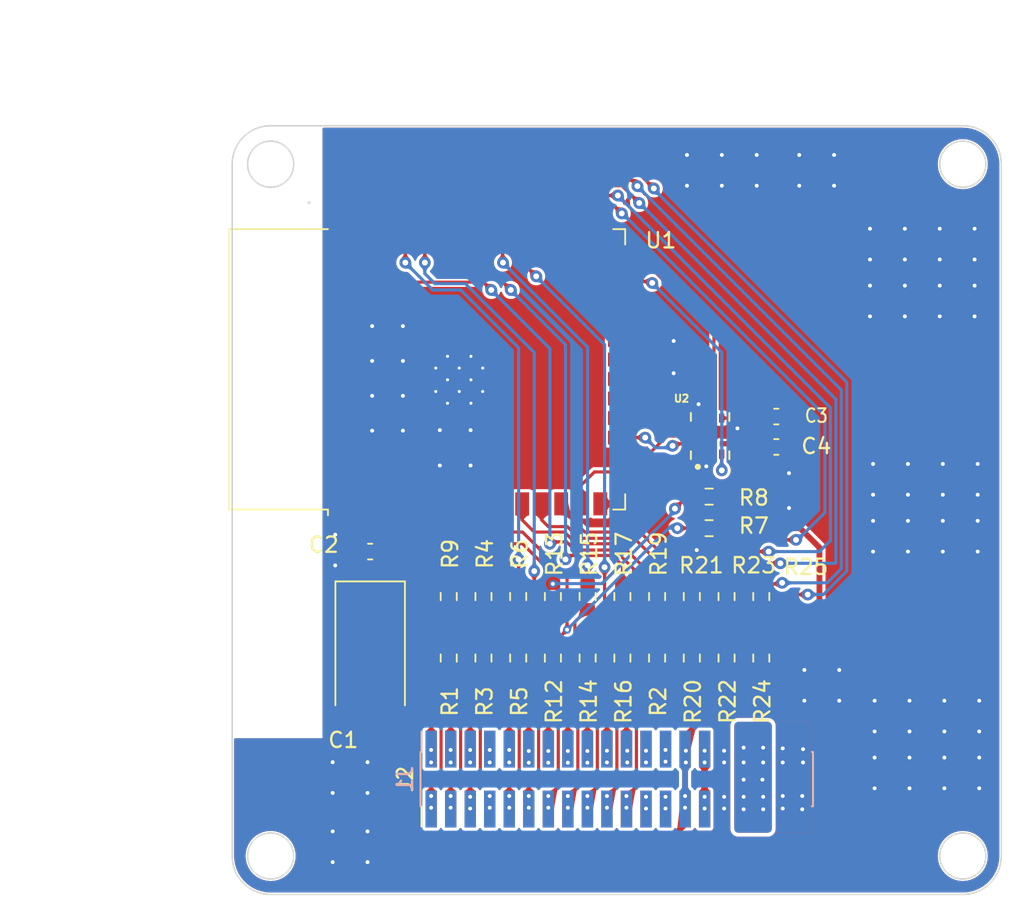
<source format=kicad_pcb>
(kicad_pcb (version 20221018) (generator pcbnew)
  (title_block (date "2023-06-14"))
  (layers (0 "F.Cu" signal) (31 "B.Cu" signal) (34 "B.Paste" user) (35 "F.Paste" user) (36 "B.SilkS" user "B.Silkscreen") (37 "F.SilkS" user "F.Silkscreen") (38 "B.Mask" user) (39 "F.Mask" user) (44 "Edge.Cuts" user))
  (net 0 "")
  (net 1 "+3.3V")
  (net 2 "GND")
  (net 3 "/SPI_CS")
  (net 4 "/SPI_CLK")
  (net 5 "/uart0rx")
  (net 6 "/uart0tx")
  (net 7 "/SPI_MOSI")
  (net 8 "/SPI_MISO")
  (net 9 "/I2C_CLK")
  (net 10 "/PWM_1")
  (net 11 "/PWM_2")
  (net 12 "/PWM_3")
  (net 13 "/PWM_4")
  (net 14 "/PWM_5")
  (net 15 "/PWM_6")
  (net 16 "/PWM_7")
  (net 17 "/PWM_8")
  (net 18 "/adc1_ch0")
  (net 19 "/ADC_1")
  (net 20 "/pwm1")
  (net 21 "/ADC_3")
  (net 22 "/ADC_4")
  (net 23 "/UART1_RX")
  (net 24 "/UART1_TX")
  (net 25 "/i2c_clock")
  (net 26 "/i2c_data")
  (net 27 "/ADC_2")
  (net 28 "/I2C_SDA")
  (net 29 "/vspi_cs")
  (net 30 "/vspi1_clk")
  (net 31 "/vspi_mosi")
  (net 32 "/vspi_miso")
  (net 33 "/pwm2")
  (net 34 "/pwm3")
  (net 35 "/pwm4")
  (net 36 "/pwm5")
  (net 37 "/pwm6")
  (net 38 "/pwm7")
  (net 39 "/pwm8")
  (net 40 "/hspi_clk")
  (net 41 "/hspi_miso")
  (net 42 "/hspi_mosi")
  (net 49 "/hspi_cs")
  (net 50 "/IMU_INT1")
  (net 51 "/IMU_FSYNC")
  (net 53 "/adc1_ch3")
  (net 54 "/adc1_ch7")
  (net 55 "/adc1_ch6")
  (net 56 "/UART2_RX")
  (net 57 "/CAN_L")
  (net 58 "/CAN_H")
  (net 59 "/USB-")
  (net 60 "/USB+")
  (net 61 "/+5V")
  (net 62 "/VBAT")
  (net 63 "/UART2_TX")
  (footprint "Resistor_SMD:R_0603_1608Metric" (layer "F.Cu") (at 73.829108 61.345 -90)
    (fp_text reference "R15")
    (fp_text value "100")
  )
  (footprint "Resistor_SMD:R_0603_1608Metric" (layer "F.Cu") (at 82.860216 61.345 -90)
    (fp_text reference "R23")
    (fp_text value "100")
  )
  (footprint "Resistor_SMD:R_0603_1608Metric" (layer "F.Cu") (at 73.829108 65.346 -90)
    (fp_text reference "R14")
    (fp_text value "100")
  )
  (footprint "Resistor_SMD:R_0603_1608Metric" (layer "F.Cu") (at 82.860216 65.346 -90)
    (fp_text reference "R22")
    (fp_text value "100")
  )
  (footprint "Resistor_SMD:R_0603_1608Metric" (layer "F.Cu") (at 64.798 61.345 -90)
    (fp_text reference "R9")
    (fp_text value "100")
  )
  (footprint "Resistor_SMD:R_0603_1608Metric" (layer "F.Cu") (at 78.344662 65.346 -90)
    (fp_text reference "R2")
    (fp_text value "100")
  )
  (footprint "Capacitor_SMD:C_0603_1608Metric" (layer "F.Cu") (at 86.097 51.6128)
    (fp_text reference "C4")
    (fp_text value "0.1uF")
  )
  (footprint "Resistor_SMD:R_0603_1608Metric" (layer "F.Cu") (at 85.118 61.345 -90)
    (fp_text reference "R25")
    (fp_text value "100")
  )
  (footprint "Resistor_SMD:R_0603_1608Metric" (layer "F.Cu") (at 71.571331 61.345 -90)
    (fp_text reference "R13")
    (fp_text value "100")
  )
  (footprint "Resistor_SMD:R_0603_1608Metric" (layer "F.Cu") (at 69.313554 61.345 -90)
    (fp_text reference "R6")
    (fp_text value "100")
  )
  (footprint "Capacitor_Tantalum_SMD:CP_EIA-7343-20_Kemet-V" (layer "F.Cu") (at 59.69 64.77 -90)
    (fp_text reference "C1")
    (fp_text value "200uF")
  )
  (footprint "ICM-42688-P:ICM-42688-P" (layer "F.Cu") (at 81.792 50.905 90)
    (fp_text reference "U2")
    (fp_text value "ICM-42688-P")
  )
  (footprint "Resistor_SMD:R_0603_1608Metric" (layer "F.Cu") (at 64.798 65.346 -90)
    (fp_text reference "R1")
    (fp_text value "100")
  )
  (footprint "Resistor_SMD:R_0603_1608Metric" (layer "F.Cu") (at 80.602439 61.345 -90)
    (fp_text reference "R21")
    (fp_text value "100")
  )
  (footprint "RF_Module:ESP32-WROOM-32" (layer "F.Cu") (at 66.39 46.565 90)
    (fp_text reference "U1")
    (fp_text value "ESP32-WROOM-32")
  )
  (footprint "Resistor_SMD:R_0603_1608Metric" (layer "F.Cu") (at 80.602439 65.346 -90)
    (fp_text reference "R20")
    (fp_text value "100")
  )
  (footprint "Resistor_SMD:R_0603_1608Metric" (layer "F.Cu") (at 78.344662 61.345 -90)
    (fp_text reference "R19")
    (fp_text value "100")
  )
  (footprint "Capacitor_SMD:C_0603_1608Metric" (layer "F.Cu") (at 59.69 58.42 180)
    (fp_text reference "C2")
    (fp_text value "0.1uF")
  )
  (footprint "Capacitor_SMD:C_0603_1608Metric" (layer "F.Cu") (at 86.097 49.635)
    (fp_text reference "C3")
    (fp_text value "0.1uF")
  )
  (footprint "Connector_PinHeader_1.27mm:PinHeader_2x20_P1.27mm_Vertical_SMD" (layer "F.Cu") (at 75.72 73.22 90)
    (fp_text reference "J2")
    (fp_text value "Conn_02x20_Odd_Even")
  )
  (footprint "Resistor_SMD:R_0603_1608Metric" (layer "F.Cu") (at 81.725 56.896 180)
    (fp_text reference "R7")
    (fp_text value "2k")
  )
  (footprint "Resistor_SMD:R_0603_1608Metric" (layer "F.Cu") (at 67.055777 61.345 -90)
    (fp_text reference "R4")
    (fp_text value "100")
  )
  (footprint "Resistor_SMD:R_0603_1608Metric" (layer "F.Cu") (at 81.725 54.844287 180)
    (fp_text reference "R8")
    (fp_text value "2k")
  )
  (footprint "Resistor_SMD:R_0603_1608Metric" (layer "F.Cu") (at 69.313554 65.346 -90)
    (fp_text reference "R5")
    (fp_text value "100")
  )
  (footprint "Resistor_SMD:R_0603_1608Metric" (layer "F.Cu") (at 85.118 65.346 -90)
    (fp_text reference "R24")
    (fp_text value "100")
  )
  (footprint "Resistor_SMD:R_0603_1608Metric" (layer "F.Cu") (at 67.055777 65.346 -90)
    (fp_text reference "R3")
    (fp_text value "100")
  )
  (footprint "Resistor_SMD:R_0603_1608Metric" (layer "F.Cu") (at 76.086885 65.346 -90)
    (fp_text reference "R16")
    (fp_text value "100")
  )
  (footprint "Resistor_SMD:R_0603_1608Metric" (layer "F.Cu") (at 71.571331 65.346 -90)
    (fp_text reference "R12")
    (fp_text value "100")
  )
  (footprint "Resistor_SMD:R_0603_1608Metric" (layer "F.Cu") (at 76.086885 61.345 -90)
    (fp_text reference "R17")
    (fp_text value "100")
  )
  (footprint "Connector_PinHeader_1.27mm:PinHeader_2x20_P1.27mm_Vertical_SMD" (layer "B.Cu") (at 75.72 73.22 -90)
    (fp_text reference "J1")
    (fp_text value "Conn_02x20_Odd_Even")
  )
  (gr_circle locked (center 55.72 35.72) (end 55.72 35.72) (stroke (width 0.1)) (fill none) (layer "Edge.Cuts"))
  (gr_arc locked (start 50.72 33.22) (mid 51.452233 31.452233) (end 53.22 30.72) (stroke (width 0.1)) (layer "Edge.Cuts"))
  (gr_circle locked (center 98.22 78.22) (end 96.72 78.22) (stroke (width 0.1)) (fill none) (layer "Edge.Cuts"))
  (gr_circle locked (center 53.22 33.22) (end 54.72 33.22) (stroke (width 0.1)) (fill none) (layer "Edge.Cuts"))
  (gr_line locked (start 98.22 30.72) (end 53.22 30.72) (stroke (width 0.1)) (layer "Edge.Cuts"))
  (gr_arc locked (start 98.22 30.72) (mid 99.987767 31.452233) (end 100.72 33.22) (stroke (width 0.1)) (layer "Edge.Cuts"))
  (gr_arc locked (start 100.72 78.22) (mid 99.987767 79.987767) (end 98.22 80.72) (stroke (width 0.1)) (layer "Edge.Cuts"))
  (gr_circle locked (center 98.22 33.22) (end 98.22 34.72) (stroke (width 0.1)) (fill none) (layer "Edge.Cuts"))
  (gr_line (start 50.72 33.22) (end 50.72 78.22) (stroke (width 0.1)) (layer "Edge.Cuts"))
  (gr_arc locked (start 53.22 80.72) (mid 51.452233 79.987767) (end 50.72 78.22) (stroke (width 0.1)) (layer "Edge.Cuts"))
  (gr_line locked (start 53.22 80.72) (end 98.22 80.72) (stroke (width 0.1)) (layer "Edge.Cuts"))
  (gr_circle locked (center 53.22 78.22) (end 53.22 76.72) (stroke (width 0.1)) (fill none) (layer "Edge.Cuts"))
  (gr_line locked (start 100.72 78.22) (end 100.72 33.22) (stroke (width 0.1)) (layer "Edge.Cuts"))
  (segment (start 80.165 71.27) (end 80.165 75.17) (width 0.381) (layer "F.Cu") (net 1))
  (segment (start 82.55 56.896) (end 82.55 54.844287) (width 0.381) (layer "F.Cu") (net 1))
  (segment (start 80.165 75.17) (end 80.165 76.1558) (width 0.381) (layer "F.Cu") (net 1))
  (segment (start 87.63775 56.896) (end 82.55 56.896) (width 0.381) (layer "F.Cu") (net 1))
  (segment (start 80.165 76.1558) (end 78.8508 77.47) (width 0.381) (layer "F.Cu") (net 1))
  (segment (start 60.465 60.8825) (end 59.69 61.6575) (width 0.2032) (layer "F.Cu") (net 1))
  (segment (start 61.468 76.454) (end 61.468 63.4355) (width 0.381) (layer "F.Cu") (net 1))
  (segment (start 60.465 58.42) (end 60.465 60.8825) (width 0.2032) (layer "F.Cu") (net 1))
  (segment (start 83.409 51.405) (end 83.4136 51.4096) (width 0.2032) (layer "F.Cu") (net 1))
  (segment (start 60.68 55.315) (end 60.68 58.205) (width 0.2032) (layer "F.Cu") (net 1))
  (segment (start 85.1188 51.4096) (end 85.322 51.6128) (width 0.2032) (layer "F.Cu") (net 1))
  (segment (start 84.9781 67.6251) (end 88.9 63.7032) (width 0.381) (layer "F.Cu") (net 1))
  (segment (start 60.68 58.205) (end 60.465 58.42) (width 0.2032) (layer "F.Cu") (net 1))
  (segment (start 85.322 49.635) (end 85.322 51.6128) (width 0.2032) (layer "F.Cu") (net 1))
  (segment (start 82.542 49.74) (end 85.217 49.74) (width 0.2032) (layer "F.Cu") (net 1))
  (segment (start 85.217 49.74) (end 85.322 49.635) (width 0.2032) (layer "F.Cu") (net 1))
  (segment (start 80.165 70.44) (end 82.9799 67.6251) (width 0.381) (layer "F.Cu") (net 1))
  (segment (start 88.9 63.7032) (end 88.9 58.15825) (width 0.381) (layer "F.Cu") (net 1))
  (segment (start 82.9799 67.6251) (end 84.9781 67.6251) (width 0.381) (layer "F.Cu") (net 1))
  (segment (start 80.165 71.27) (end 80.165 70.44) (width 0.381) (layer "F.Cu") (net 1))
  (segment (start 82.55 54.844287) (end 85.322 52.072287) (width 0.381) (layer "F.Cu") (net 1))
  (segment (start 61.468 63.4355) (end 59.69 61.6575) (width 0.381) (layer "F.Cu") (net 1))
  (segment (start 62.484 77.47) (end 61.468 76.454) (width 0.381) (layer "F.Cu") (net 1))
  (segment (start 59.41 55.315) (end 60.68 55.315) (width 0.2032) (layer "F.Cu") (net 1))
  (segment (start 78.8508 77.47) (end 62.484 77.47) (width 0.381) (layer "F.Cu") (net 1))
  (segment (start 88.9 58.15825) (end 87.63775 56.896) (width 0.381) (layer "F.Cu") (net 1))
  (segment (start 83.4136 51.4096) (end 85.1188 51.4096) (width 0.2032) (layer "F.Cu") (net 1))
  (segment (start 82.707 51.405) (end 83.409 51.405) (width 0.2032) (layer "F.Cu") (net 1))
  (segment (start 85.322 52.072287) (end 85.322 51.6128) (width 0.381) (layer "F.Cu") (net 1))
  (via (at 80.2132 72.136) (size 0.508) (drill 0.254) (layers "F.Cu" "B.Cu") (net 1))
  (via (at 80.1624 74.3204) (size 0.508) (drill 0.254) (layers "F.Cu" "B.Cu") (net 1))
  (via (at 80.2132 71.374) (size 0.508) (drill 0.254) (layers "F.Cu" "B.Cu") (net 1))
  (via (at 80.1624 75.0824) (size 0.508) (drill 0.254) (layers "F.Cu" "B.Cu") (net 1))
  (segment (start 80.165 71.27) (end 80.165 75.17) (width 0.381) (layer "B.Cu") (net 1))
  (segment (start 82.042 52.07) (end 81.542 52.07) (width 0.2032) (layer "F.Cu") (net 2))
  (segment (start 81.042 48.8348) (end 81.042 49.74) (width 0.2032) (layer "F.Cu") (net 2))
  (segment (start 82.7498 50.905) (end 82.7532 50.9016) (width 0.2032) (layer "F.Cu") (net 2))
  (segment (start 81.542 52.8748) (end 81.542 52.07) (width 0.2032) (layer "F.Cu") (net 2))
  (segment (start 81.542 49.74) (end 81.042 49.74) (width 0.2032) (layer "F.Cu") (net 2))
  (segment (start 82.707 50.905) (end 82.707 50.405) (width 0.2032) (layer "F.Cu") (net 2))
  (segment (start 83.566 50.405) (end 82.707 50.405) (width 0.2032) (layer "F.Cu") (net 2))
  (segment (start 82.707 50.905) (end 82.7498 50.905) (width 0.2032) (layer "F.Cu") (net 2))
  (via (at 59.52 74.12) (size 0.508) (drill 0.254) (layers "F.Cu" "B.Cu") (net 2))
  (via (at 57.253334 72.12) (size 0.508) (drill 0.254) (layers "F.Cu" "B.Cu") (net 2))
  (via (at 96.72 41.12) (size 0.508) (drill 0.254) (layers "F.Cu" "B.Cu") (net 2))
  (via (at 86.5124 71.2216) (size 0.508) (drill 0.254) (layers "F.Cu" "B.Cu") (net 2))
  (via (at 89.853334 34.62) (size 0.508) (drill 0.254) (layers "F.Cu" "B.Cu") (net 2))
  (via (at 61.82 43.753332) (size 0.508) (drill 0.254) (layers "F.Cu" "B.Cu") (net 2))
  (via (at 94.753334 71.82) (size 0.508) (drill 0.254) (layers "F.Cu" "B.Cu") (net 2))
  (via (at 94.453334 43.12) (size 0.508) (drill 0.254) (layers "F.Cu" "B.Cu") (net 2))
  (via (at 61.82 48.286666) (size 0.508) (drill 0.254) (layers "F.Cu" "B.Cu") (net 2))
  (via (at 94.453334 41.12) (size 0.508) (drill 0.254) (layers "F.Cu" "B.Cu") (net 2))
  (via (at 81.542 52.8748) (size 0.508) (drill 0.254) (layers "F.Cu" "B.Cu") (net 2))
  (via (at 99.286668 71.82) (size 0.508) (drill 0.254) (layers "F.Cu" "B.Cu") (net 2))
  (via (at 96.92 56.42) (size 0.508) (drill 0.254) (layers "F.Cu" "B.Cu") (net 2))
  (via (at 94.453334 39.42) (size 0.508) (drill 0.254) (layers "F.Cu" "B.Cu") (net 2))
  (via (at 59.52 72.12) (size 0.508) (drill 0.254) (layers "F.Cu" "B.Cu") (net 2))
  (via (at 99.286668 70.12) (size 0.508) (drill 0.254) (layers "F.Cu" "B.Cu") (net 2))
  (via (at 99.186668 58.42) (size 0.508) (drill 0.254) (layers "F.Cu" "B.Cu") (net 2))
  (via (at 87.586668 32.62) (size 0.508) (drill 0.254) (layers "F.Cu" "B.Cu") (net 2))
  (via (at 92.486668 73.82) (size 0.508) (drill 0.254) (layers "F.Cu" "B.Cu") (net 2))
  (via (at 92.186668 37.42) (size 0.508) (drill 0.254) (layers "F.Cu" "B.Cu") (net 2))
  (via (at 82.7024 74.3712) (size 0.508) (drill 0.254) (layers "F.Cu" "B.Cu") (net 2))
  (via (at 90.186666 68.12) (size 0.508) (drill 0.254) (layers "F.Cu" "B.Cu") (net 2))
  (via (at 92.386668 54.72) (size 0.508) (drill 0.254) (layers "F.Cu" "B.Cu") (net 2))
  (via (at 64.22 52.82) (size 0.508) (drill 0.254) (layers "F.Cu" "B.Cu") (net 2))
  (via (at 92.486668 70.12) (size 0.508) (drill 0.254) (layers "F.Cu" "B.Cu") (net 2))
  (via (at 86.5124 72.136) (size 0.508) (drill 0.254) (layers "F.Cu" "B.Cu") (net 2))
  (via (at 97.02 68.12) (size 0.508) (drill 0.254) (layers "F.Cu" "B.Cu") (net 2))
  (via (at 94.653334 58.42) (size 0.508) (drill 0.254) (layers "F.Cu" "B.Cu") (net 2))
  (via (at 57.253334 78.62) (size 0.508) (drill 0.254) (layers "F.Cu" "B.Cu") (net 2))
  (via (at 64.22 50.52) (size 0.508) (drill 0.254) (layers "F.Cu" "B.Cu") (net 2))
  (via (at 57.42 57.32) (size 0.508) (drill 0.254) (layers "F.Cu" "B.Cu") (net 2))
  (via (at 96.72 37.42) (size 0.508) (drill 0.254) (layers "F.Cu" "B.Cu") (net 2))
  (via (at 87.586668 34.62) (size 0.508) (drill 0.254) (layers "F.Cu" "B.Cu") (net 2))
  (via (at 94.653334 52.72) (size 0.508) (drill 0.254) (layers "F.Cu" "B.Cu") (net 2))
  (via (at 61.82 46.02) (size 0.508) (drill 0.254) (layers "F.Cu" "B.Cu") (net 2))
  (via (at 98.986668 43.12) (size 0.508) (drill 0.254) (layers "F.Cu" "B.Cu") (net 2))
  (via (at 92.386668 56.42) (size 0.508) (drill 0.254) (layers "F.Cu" "B.Cu") (net 2))
  (via (at 84.82 32.62) (size 0.508) (drill 0.254) (layers "F.Cu" "B.Cu") (net 2))
  (via (at 99.186668 52.72) (size 0.508) (drill 0.254) (layers "F.Cu" "B.Cu") (net 2))
  (via (at 97.02 73.82) (size 0.508) (drill 0.254) (layers "F.Cu" "B.Cu") (net 2))
  (via (at 83.566 50.405) (size 0.508) (drill 0.254) (layers "F.Cu" "B.Cu") (net 2))
  (via (at 82.7024 72.136) (size 0.508) (drill 0.254) (layers "F.Cu" "B.Cu") (net 2))
  (via (at 92.186668 41.12) (size 0.508) (drill 0.254) (layers "F.Cu" "B.Cu") (net 2))
  (via (at 80.92 58.32) (size 0.508) (drill 0.254) (layers "F.Cu" "B.Cu") (net 2))
  (via (at 59.82 48.286666) (size 0.508) (drill 0.254) (layers "F.Cu" "B.Cu") (net 2))
  (via (at 94.753334 68.12) (size 0.508) (drill 0.254) (layers "F.Cu" "B.Cu") (net 2))
  (via (at 86.92 53.32) (size 0.508) (drill 0.254) (layers "F.Cu" "B.Cu") (net 2))
  (via (at 96.72 43.12) (size 0.508) (drill 0.254) (layers "F.Cu" "B.Cu") (net 2))
  (via (at 87.8332 72.136) (size 0.508) (drill 0.254) (layers "F.Cu" "B.Cu") (net 2))
  (via (at 94.453334 37.42) (size 0.508) (drill 0.254) (layers "F.Cu" "B.Cu") (net 2))
  (via (at 92.186668 43.12) (size 0.508) (drill 0.254) (layers "F.Cu" "B.Cu") (net 2))
  (via (at 82.7024 75.1332) (size 0.508) (drill 0.254) (layers "F.Cu" "B.Cu") (net 2))
  (via (at 84.82 34.62) (size 0.508) (drill 0.254) (layers "F.Cu" "B.Cu") (net 2))
  (via (at 66.22 50.52) (size 0.508) (drill 0.254) (layers "F.Cu" "B.Cu") (net 2))
  (via (at 66.22 52.82) (size 0.508) (drill 0.254) (layers "F.Cu" "B.Cu") (net 2))
  (via (at 86.5124 74.3204) (size 0.508) (drill 0.254) (layers "F.Cu" "B.Cu") (net 2))
  (via (at 61.82 50.553332) (size 0.508) (drill 0.254) (layers "F.Cu" "B.Cu") (net 2))
  (via (at 87.8332 71.2724) (size 0.508) (drill 0.254) (layers "F.Cu" "B.Cu") (net 2))
  (via (at 92.486668 68.12) (size 0.508) (drill 0.254) (layers "F.Cu" "B.Cu") (net 2))
  (via (at 98.986668 37.42) (size 0.508) (drill 0.254) (layers "F.Cu" "B.Cu") (net 2))
  (via (at 94.653334 54.72) (size 0.508) (drill 0.254) (layers "F.Cu" "B.Cu") (net 2))
  (via (at 96.92 54.72) (size 0.508) (drill 0.254) (layers "F.Cu" "B.Cu") (net 2))
  (via (at 81.042 48.8348) (size 0.508) (drill 0.254) (layers "F.Cu" "B.Cu") (net 2))
  (via (at 99.186668 54.72) (size 0.508) (drill 0.254) (layers "F.Cu" "B.Cu") (net 2))
  (via (at 94.653334 56.42) (size 0.508) (drill 0.254) (layers "F.Cu" "B.Cu") (net 2))
  (via (at 98.986668 39.42) (size 0.508) (drill 0.254) (layers "F.Cu" "B.Cu") (net 2))
  (via (at 79.42 44.72) (size 0.508) (drill 0.254) (layers "F.Cu" "B.Cu") (net 2))
  (via (at 80.286668 34.62) (size 0.508) (drill 0.254) (layers "F.Cu" "B.Cu") (net 2))
  (via (at 59.82 50.553332) (size 0.508) (drill 0.254) (layers "F.Cu" "B.Cu") (net 2))
  (via (at 59.82 46.02) (size 0.508) (drill 0.254) (layers "F.Cu" "B.Cu") (net 2))
  (via (at 87.7824 75.184) (size 0.508) (drill 0.254) (layers "F.Cu" "B.Cu") (net 2))
  (via (at 90.186666 66.12) (size 0.508) (drill 0.254) (layers "F.Cu" "B.Cu") (net 2))
  (via (at 89.853334 32.62) (size 0.508) (drill 0.254) (layers "F.Cu" "B.Cu") (net 2))
  (via (at 94.753334 70.12) (size 0.508) (drill 0.254) (layers "F.Cu" "B.Cu") (net 2))
  (via (at 97.02 71.82) (size 0.508) (drill 0.254) (layers "F.Cu" "B.Cu") (net 2))
  (via (at 92.186668 39.42) (size 0.508) (drill 0.254) (layers "F.Cu" "B.Cu") (net 2))
  (via (at 92.386668 58.42) (size 0.508) (drill 0.254) (layers "F.Cu" "B.Cu") (net 2))
  (via (at 82.553334 34.62) (size 0.508) (drill 0.254) (layers "F.Cu" "B.Cu") (net 2))
  (via (at 59.52 78.62) (size 0.508) (drill 0.254) (layers "F.Cu" "B.Cu") (net 2))
  (via (at 87.92 68.12) (size 0.508) (drill 0.254) (layers "F.Cu" "B.Cu") (net 2))
  (via (at 57.42 59.32) (size 0.508) (drill 0.254) (layers "F.Cu" "B.Cu") (net 2))
  (via (at 86.92 55.586666) (size 0.508) (drill 0.254) (layers "F.Cu" "B.Cu") (net 2))
  (via (at 92.386668 52.72) (size 0.508) (drill 0.254) (layers "F.Cu" "B.Cu") (net 2))
  (via (at 96.92 52.72) (size 0.508) (drill 0.254) (layers "F.Cu" "B.Cu") (net 2))
  (via (at 98.986668 41.12) (size 0.508) (drill 0.254) (layers "F.Cu" "B.Cu") (net 2))
  (via (at 86.5124 75.1332) (size 0.508) (drill 0.254) (layers "F.Cu" "B.Cu") (net 2))
  (via (at 82.7024 71.374) (size 0.508) (drill 0.254) (layers "F.Cu" "B.Cu") (net 2))
  (via (at 99.186668 56.42) (size 0.508) (drill 0.254) (layers "F.Cu" "B.Cu") (net 2))
  (via (at 80.286668 32.62) (size 0.508) (drill 0.254) (layers "F.Cu" "B.Cu") (net 2))
  (via (at 92.486668 71.82) (size 0.508) (drill 0.254) (layers "F.Cu" "B.Cu") (net 2))
  (via (at 94.753334 73.82) (size 0.508) (drill 0.254) (layers "F.Cu" "B.Cu") (net 2))
  (via (at 57.253334 74.12) (size 0.508) (drill 0.254) (layers "F.Cu" "B.Cu") (net 2))
  (via (at 97.02 70.12) (size 0.508) (drill 0.254) (layers "F.Cu" "B.Cu") (net 2))
  (via (at 99.286668 73.82) (size 0.508) (drill 0.254) (layers "F.Cu" "B.Cu") (net 2))
  (via (at 82.553334 32.62) (size 0.508) (drill 0.254) (layers "F.Cu" "B.Cu") (net 2))
  (via (at 87.7824 74.3204) (size 0.508) (drill 0.254) (layers "F.Cu" "B.Cu") (net 2))
  (via (at 59.52 76.62) (size 0.508) (drill 0.254) (layers "F.Cu" "B.Cu") (net 2))
  (via (at 79.42 46.82) (size 0.508) (drill 0.254) (layers "F.Cu" "B.Cu") (net 2))
  (via (at 87.92 66.12) (size 0.508) (drill 0.254) (layers "F.Cu" "B.Cu") (net 2))
  (via (at 96.92 58.42) (size 0.508) (drill 0.254) (layers "F.Cu" "B.Cu") (net 2))
  (via (at 59.82 43.753332) (size 0.508) (drill 0.254) (layers "F.Cu" "B.Cu") (net 2))
  (via (at 57.253334 76.62) (size 0.508) (drill 0.254) (layers "F.Cu" "B.Cu") (net 2))
  (via (at 99.286668 68.12) (size 0.508) (drill 0.254) (layers "F.Cu" "B.Cu") (net 2))
  (via (at 96.72 39.42) (size 0.508) (drill 0.254) (layers "F.Cu" "B.Cu") (net 2))
  (segment (start 70.64 69.360108) (end 70.64 73.0224) (width 0.2032) (layer "F.Cu") (net 3))
  (segment (start 73.829108 66.171) (end 70.64 69.360108) (width 0.2032) (layer "F.Cu") (net 3))
  (segment (start 70.005 73.6574) (end 70.005 75.17) (width 0.2032) (layer "F.Cu") (net 3))
  (segment (start 70.64 73.0224) (end 70.005 73.6574) (width 0.2032) (layer "F.Cu") (net 3))
  (via (at 70.0024 74.3204) (size 0.508) (drill 0.254) (layers "F.Cu" "B.Cu") (net 3))
  (via (at 70.0024 75.0824) (size 0.508) (drill 0.254) (layers "F.Cu" "B.Cu") (net 3))
  (segment (start 72.9996 62.999508) (end 73.829108 62.17) (width 0.2032) (layer "F.Cu") (net 4))
  (segment (start 70.005 71.27) (end 70.005 68.854384) (width 0.2032) (layer "F.Cu") (net 4))
  (segment (start 72.9996 65.859784) (end 72.9996 62.999508) (width 0.2032) (layer "F.Cu") (net 4))
  (segment (start 70.005 68.854384) (end 72.9996 65.859784) (width 0.2032) (layer "F.Cu") (net 4))
  (via (at 70.0024 72.1532) (size 0.508) (drill 0.254) (layers "F.Cu" "B.Cu") (net 4))
  (via (at 70.0024 71.3912) (size 0.508) (drill 0.254) (layers "F.Cu" "B.Cu") (net 4))
  (segment (start 63.246 39.624) (end 63.246 37.841) (width 0.2032) (layer "F.Cu") (net 5))
  (segment (start 70.358 63.476554) (end 69.313554 64.521) (width 0.2032) (layer "F.Cu") (net 5))
  (segment (start 70.358 59.69) (end 70.358 63.476554) (width 0.2032) (layer "F.Cu") (net 5))
  (segment (start 63.246 37.841) (end 63.22 37.815) (width 0.2032) (layer "F.Cu") (net 5))
  (via (at 63.246 39.624) (size 0.762) (drill 0.381) (layers "F.Cu" "B.Cu") (net 5))
  (via (at 70.358 59.69) (size 0.762) (drill 0.381) (layers "F.Cu" "B.Cu") (net 5))
  (segment (start 63.9064 40.9956) (end 63.246 40.3352) (width 0.2032) (layer "B.Cu") (net 5))
  (segment (start 70.358 59.69) (end 70.358 45.468553) (width 0.2032) (layer "B.Cu") (net 5))
  (segment (start 65.885047 40.9956) (end 63.9064 40.9956) (width 0.2032) (layer "B.Cu") (net 5))
  (segment (start 70.358 45.468553) (end 65.885047 40.9956) (width 0.2032) (layer "B.Cu") (net 5))
  (segment (start 63.246 40.3352) (end 63.246 39.624) (width 0.2032) (layer "B.Cu") (net 5))
  (segment (start 61.976 39.624) (end 61.976 37.841) (width 0.2032) (layer "F.Cu") (net 6))
  (segment (start 69.342 60.491554) (end 69.313554 60.52) (width 0.2032) (layer "F.Cu") (net 6))
  (segment (start 61.976 37.841) (end 61.95 37.815) (width 0.2032) (layer "F.Cu") (net 6))
  (segment (start 69.342 58.928) (end 69.342 60.491554) (width 0.2032) (layer "F.Cu") (net 6))
  (via (at 69.342 58.928) (size 0.762) (drill 0.381) (layers "F.Cu" "B.Cu") (net 6))
  (via (at 61.976 39.624) (size 0.762) (drill 0.381) (layers "F.Cu" "B.Cu") (net 6))
  (segment (start 69.342 45.1612) (end 65.5828 41.402) (width 0.2032) (layer "B.Cu") (net 6))
  (segment (start 63.754 41.402) (end 61.976 39.624) (width 0.2032) (layer "B.Cu") (net 6))
  (segment (start 65.5828 41.402) (end 63.754 41.402) (width 0.2032) (layer "B.Cu") (net 6))
  (segment (start 69.342 58.928) (end 69.342 45.1612) (width 0.2032) (layer "B.Cu") (net 6))
  (segment (start 71.275 75.17) (end 71.275 74.34) (width 0.2032) (layer "F.Cu") (net 7))
  (segment (start 71.921 73.694) (end 71.921 69.816) (width 0.2032) (layer "F.Cu") (net 7))
  (segment (start 71.275 74.34) (end 71.921 73.694) (width 0.2032) (layer "F.Cu") (net 7))
  (segment (start 75.566 66.171) (end 76.086885 66.171) (width 0.2032) (layer "F.Cu") (net 7))
  (segment (start 71.921 69.816) (end 75.566 66.171) (width 0.2032) (layer "F.Cu") (net 7))
  (via (at 71.2724 74.3204) (size 0.508) (drill 0.254) (layers "F.Cu" "B.Cu") (net 7))
  (via (at 71.2724 75.0824) (size 0.508) (drill 0.254) (layers "F.Cu" "B.Cu") (net 7))
  (segment (start 71.275 69.842161) (end 75.357885 65.759276) (width 0.2032) (layer "F.Cu") (net 8))
  (segment (start 75.357885 62.899) (end 76.086885 62.17) (width 0.2032) (layer "F.Cu") (net 8))
  (segment (start 75.357885 65.759276) (end 75.357885 62.899) (width 0.2032) (layer "F.Cu") (net 8))
  (segment (start 71.275 71.27) (end 71.275 69.842161) (width 0.2032) (layer "F.Cu") (net 8))
  (via (at 71.2724 71.3912) (size 0.508) (drill 0.254) (layers "F.Cu" "B.Cu") (net 8))
  (via (at 71.2724 72.1532) (size 0.508) (drill 0.254) (layers "F.Cu" "B.Cu") (net 8))
  (segment (start 68.735 68.2776) (end 70.842331 66.170269) (width 0.2032) (layer "F.Cu") (net 9))
  (segment (start 70.842331 66.170269) (end 70.842331 62.899) (width 0.2032) (layer "F.Cu") (net 9))
  (segment (start 70.842331 62.899) (end 71.571331 62.17) (width 0.2032) (layer "F.Cu") (net 9))
  (segment (start 68.735 71.27) (end 68.735 68.2776) (width 0.2032) (layer "F.Cu") (net 9))
  (via (at 68.7324 71.3232) (size 0.508) (drill 0.254) (layers "F.Cu" "B.Cu") (net 9))
  (via (at 68.7324 72.136) (size 0.508) (drill 0.254) (layers "F.Cu" "B.Cu") (net 9))
  (segment (start 77.104062 67.4116) (end 78.344662 66.171) (width 0.2032) (layer "F.Cu") (net 10))
  (segment (start 73.191 69.55825) (end 75.33765 67.4116) (width 0.2032) (layer "F.Cu") (net 10))
  (segment (start 75.33765 67.4116) (end 77.104062 67.4116) (width 0.2032) (layer "F.Cu") (net 10))
  (segment (start 72.545 75.17) (end 72.545 74.34) (width 0.2032) (layer "F.Cu") (net 10))
  (segment (start 73.191 73.694) (end 73.191 69.55825) (width 0.2032) (layer "F.Cu") (net 10))
  (segment (start 72.545 74.34) (end 73.191 73.694) (width 0.2032) (layer "F.Cu") (net 10))
  (via (at 72.5424 74.3204) (size 0.508) (drill 0.254) (layers "F.Cu" "B.Cu") (net 10))
  (via (at 72.5424 75.0824) (size 0.508) (drill 0.254) (layers "F.Cu" "B.Cu") (net 10))
  (segment (start 77.216 63.298662) (end 78.344662 62.17) (width 0.2032) (layer "F.Cu") (net 11))
  (segment (start 72.545 69.694894) (end 75.183894 67.056) (width 0.2032) (layer "F.Cu") (net 11))
  (segment (start 75.183894 67.056) (end 76.318938 67.056) (width 0.2032) (layer "F.Cu") (net 11))
  (segment (start 76.318938 67.056) (end 77.216 66.158938) (width 0.2032) (layer "F.Cu") (net 11))
  (segment (start 77.216 66.158938) (end 77.216 63.298662) (width 0.2032) (layer "F.Cu") (net 11))
  (segment (start 72.545 71.27) (end 72.545 69.694894) (width 0.2032) (layer "F.Cu") (net 11))
  (via (at 72.5424 72.1532) (size 0.508) (drill 0.254) (layers "F.Cu" "B.Cu") (net 11))
  (via (at 72.5424 71.3912) (size 0.508) (drill 0.254) (layers "F.Cu" "B.Cu") (net 11))
  (segment (start 74.461 69.303) (end 75.5904 68.1736) (width 0.2032) (layer "F.Cu") (net 12))
  (segment (start 78.599839 68.1736) (end 80.602439 66.171) (width 0.2032) (layer "F.Cu") (net 12))
  (segment (start 73.815 75.17) (end 73.815 74.34) (width 0.2032) (layer "F.Cu") (net 12))
  (segment (start 75.5904 68.1736) (end 78.599839 68.1736) (width 0.2032) (layer "F.Cu") (net 12))
  (segment (start 74.461 73.694) (end 74.461 69.303) (width 0.2032) (layer "F.Cu") (net 12))
  (segment (start 73.815 74.34) (end 74.461 73.694) (width 0.2032) (layer "F.Cu") (net 12))
  (via (at 73.8124 75.0824) (size 0.508) (drill 0.254) (layers "F.Cu" "B.Cu") (net 12))
  (via (at 73.8124 74.3204) (size 0.508) (drill 0.254) (layers "F.Cu" "B.Cu") (net 12))
  (segment (start 73.815 71.27) (end 73.815 69.441) (width 0.2032) (layer "F.Cu") (net 13))
  (segment (start 79.756 65.876715) (end 79.756 63.016439) (width 0.2032) (layer "F.Cu") (net 13))
  (segment (start 75.438 67.818) (end 77.814715 67.818) (width 0.2032) (layer "F.Cu") (net 13))
  (segment (start 73.815 69.441) (end 75.438 67.818) (width 0.2032) (layer "F.Cu") (net 13))
  (segment (start 79.756 63.016439) (end 80.602439 62.17) (width 0.2032) (layer "F.Cu") (net 13))
  (segment (start 77.814715 67.818) (end 79.756 65.876715) (width 0.2032) (layer "F.Cu") (net 13))
  (via (at 73.8124 71.3912) (size 0.508) (drill 0.254) (layers "F.Cu" "B.Cu") (net 13))
  (via (at 73.8124 72.1532) (size 0.508) (drill 0.254) (layers "F.Cu" "B.Cu") (net 13))
  (segment (start 75.731 69.303) (end 76.0984 68.9356) (width 0.2032) (layer "F.Cu") (net 14))
  (segment (start 75.085 75.17) (end 75.085 74.34) (width 0.2032) (layer "F.Cu") (net 14))
  (segment (start 75.085 74.34) (end 75.731 73.694) (width 0.2032) (layer "F.Cu") (net 14))
  (segment (start 82.222386 66.171) (end 82.860216 66.171) (width 0.2032) (layer "F.Cu") (net 14))
  (segment (start 76.0984 68.9356) (end 79.457786 68.9356) (width 0.2032) (layer "F.Cu") (net 14))
  (segment (start 79.457786 68.9356) (end 82.222386 66.171) (width 0.2032) (layer "F.Cu") (net 14))
  (segment (start 75.731 73.694) (end 75.731 69.303) (width 0.2032) (layer "F.Cu") (net 14))
  (via (at 75.0824 74.3204) (size 0.508) (drill 0.254) (layers "F.Cu" "B.Cu") (net 14))
  (via (at 75.0824 75.0824) (size 0.508) (drill 0.254) (layers "F.Cu" "B.Cu") (net 14))
  (segment (start 75.085 71.27) (end 75.085 69.187) (width 0.2032) (layer "F.Cu") (net 15))
  (segment (start 82.042 62.988216) (end 82.860216 62.17) (width 0.2032) (layer "F.Cu") (net 15))
  (segment (start 79.310492 68.58) (end 82.042 65.848492) (width 0.2032) (layer "F.Cu") (net 15))
  (segment (start 75.692 68.58) (end 79.310492 68.58) (width 0.2032) (layer "F.Cu") (net 15))
  (segment (start 82.042 65.848492) (end 82.042 62.988216) (width 0.2032) (layer "F.Cu") (net 15))
  (segment (start 75.085 69.187) (end 75.692 68.58) (width 0.2032) (layer "F.Cu") (net 15))
  (via (at 75.0824 72.136) (size 0.508) (drill 0.254) (layers "F.Cu" "B.Cu") (net 15))
  (via (at 75.0824 71.374) (size 0.508) (drill 0.254) (layers "F.Cu" "B.Cu") (net 15))
  (segment (start 82.218574 67.1806) (end 83.470563 67.1806) (width 0.2032) (layer "F.Cu") (net 16))
  (segment (start 79.752374 69.6468) (end 82.218574 67.1806) (width 0.2032) (layer "F.Cu") (net 16))
  (segment (start 76.355 74.34) (end 77.001 73.694) (width 0.2032) (layer "F.Cu") (net 16))
  (segment (start 76.355 75.17) (end 76.355 74.34) (width 0.2032) (layer "F.Cu") (net 16))
  (segment (start 83.470563 67.1806) (end 84.480163 66.171) (width 0.2032) (layer "F.Cu") (net 16))
  (segment (start 77.001 69.85) (end 77.2042 69.6468) (width 0.2032) (layer "F.Cu") (net 16))
  (segment (start 77.2042 69.6468) (end 79.752374 69.6468) (width 0.2032) (layer "F.Cu") (net 16))
  (segment (start 77.001 73.694) (end 77.001 69.85) (width 0.2032) (layer "F.Cu") (net 16))
  (segment (start 84.480163 66.171) (end 85.118 66.171) (width 0.2032) (layer "F.Cu") (net 16))
  (via (at 76.3524 75.0824) (size 0.508) (drill 0.254) (layers "F.Cu" "B.Cu") (net 16))
  (via (at 76.3524 74.3204) (size 0.508) (drill 0.254) (layers "F.Cu" "B.Cu") (net 16))
  (segment (start 82.07128 66.825) (end 83.323269 66.825) (width 0.2032) (layer "F.Cu") (net 17))
  (segment (start 79.60508 69.2912) (end 82.07128 66.825) (width 0.2032) (layer "F.Cu") (net 17))
  (segment (start 76.7588 69.2912) (end 79.60508 69.2912) (width 0.2032) (layer "F.Cu") (net 17))
  (segment (start 76.355 69.695) (end 76.7588 69.2912) (width 0.2032) (layer "F.Cu") (net 17))
  (segment (start 76.355 71.27) (end 76.355 69.695) (width 0.2032) (layer "F.Cu") (net 17))
  (segment (start 83.323269 66.825) (end 84.328 65.820269) (width 0.2032) (layer "F.Cu") (net 17))
  (segment (start 84.328 65.820269) (end 84.328 62.96) (width 0.2032) (layer "F.Cu") (net 17))
  (segment (start 84.328 62.96) (end 85.118 62.17) (width 0.2032) (layer "F.Cu") (net 17))
  (via (at 76.4032 71.374) (size 0.508) (drill 0.254) (layers "F.Cu" "B.Cu") (net 17))
  (via (at 76.4032 72.136) (size 0.508) (drill 0.254) (layers "F.Cu" "B.Cu") (net 17))
  (segment (start 61.95 57.124) (end 64.798 59.972) (width 0.2032) (layer "F.Cu") (net 18))
  (segment (start 64.798 59.972) (end 64.798 60.52) (width 0.2032) (layer "F.Cu") (net 18))
  (segment (start 61.95 55.315) (end 61.95 57.124) (width 0.2032) (layer "F.Cu") (net 18))
  (segment (start 63.655 75.17) (end 63.655 73.505) (width 0.2032) (layer "F.Cu") (net 19))
  (segment (start 64.301 66.668) (end 64.798 66.171) (width 0.2032) (layer "F.Cu") (net 19))
  (segment (start 63.655 73.505) (end 64.301 72.859) (width 0.2032) (layer "F.Cu") (net 19))
  (segment (start 64.301 72.859) (end 64.301 66.668) (width 0.2032) (layer "F.Cu") (net 19))
  (via (at 63.6524 74.3204) (size 0.508) (drill 0.254) (layers "F.Cu" "B.Cu") (net 19))
  (via (at 63.6524 75.0824) (size 0.508) (drill 0.254) (layers "F.Cu" "B.Cu") (net 19))
  (segment (start 71.2724 56.7944) (end 72.509077 56.7944) (width 0.2032) (layer "F.Cu") (net 20))
  (segment (start 73.271077 57.5564) (end 76.8604 57.5564) (width 0.2032) (layer "F.Cu") (net 20))
  (segment (start 76.8604 57.5564) (end 79.248 59.944) (width 0.2032) (layer "F.Cu") (net 20))
  (segment (start 70.84 56.362) (end 71.2724 56.7944) (width 0.2032) (layer "F.Cu") (net 20))
  (segment (start 79.248 59.944) (end 79.248 63.617662) (width 0.2032) (layer "F.Cu") (net 20))
  (segment (start 79.248 63.617662) (end 78.344662 64.521) (width 0.2032) (layer "F.Cu") (net 20))
  (segment (start 70.84 55.315) (end 70.84 56.362) (width 0.2032) (layer "F.Cu") (net 20))
  (segment (start 72.509077 56.7944) (end 73.271077 57.5564) (width 0.2032) (layer "F.Cu") (net 20))
  (segment (start 65.571 72.9606) (end 65.571 67.6774) (width 0.2032) (layer "F.Cu") (net 21))
  (segment (start 67.055777 66.192623) (end 67.055777 66.171) (width 0.2032) (layer "F.Cu") (net 21))
  (segment (start 65.571 67.6774) (end 67.055777 66.192623) (width 0.2032) (layer "F.Cu") (net 21))
  (segment (start 64.925 73.6066) (end 65.571 72.9606) (width 0.2032) (layer "F.Cu") (net 21))
  (segment (start 64.925 75.17) (end 64.925 73.6066) (width 0.2032) (layer "F.Cu") (net 21))
  (via (at 64.9224 74.3204) (size 0.508) (drill 0.254) (layers "F.Cu" "B.Cu") (net 21))
  (via (at 64.9224 75.0824) (size 0.508) (drill 0.254) (layers "F.Cu" "B.Cu") (net 21))
  (segment (start 66.04 63.0936) (end 66.9636 62.17) (width 0.2032) (layer "F.Cu") (net 22))
  (segment (start 66.9636 62.17) (end 67.055777 62.17) (width 0.2032) (layer "F.Cu") (net 22))
  (segment (start 66.04 66.683883) (end 66.04 63.0936) (width 0.2032) (layer "F.Cu") (net 22))
  (segment (start 64.925 67.798883) (end 66.04 66.683883) (width 0.2032) (layer "F.Cu") (net 22))
  (segment (start 64.925 71.27) (end 64.925 67.798883) (width 0.2032) (layer "F.Cu") (net 22))
  (via (at 64.9224 72.136) (size 0.508) (drill 0.254) (layers "F.Cu" "B.Cu") (net 22))
  (via (at 64.9224 71.3232) (size 0.508) (drill 0.254) (layers "F.Cu" "B.Cu") (net 22))
  (segment (start 66.195 75.1306) (end 66.195 74.3738) (width 0.2032) (layer "F.Cu") (net 23))
  (segment (start 66.1924 73.6092) (end 66.8528 72.9488) (width 0.2032) (layer "F.Cu") (net 23))
  (segment (start 66.195 75.17) (end 66.195 75.1358) (width 0.2032) (layer "F.Cu") (net 23))
  (segment (start 66.8528 68.631754) (end 69.313554 66.171) (width 0.2032) (layer "F.Cu") (net 23))
  (segment (start 66.195 75.1358) (end 66.1924 75.1332) (width 0.2032) (layer "F.Cu") (net 23))
  (segment (start 66.1924 74.3712) (end 66.195 74.3686) (width 0.2032) (layer "F.Cu") (net 23))
  (segment (start 66.1924 75.1332) (end 66.1924 73.6092) (width 0.2032) (layer "F.Cu") (net 23))
  (segment (start 66.195 74.3738) (end 66.1924 74.3712) (width 0.2032) (layer "F.Cu") (net 23))
  (segment (start 66.8528 72.9488) (end 66.8528 68.631754) (width 0.2032) (layer "F.Cu") (net 23))
  (segment (start 66.1924 75.1332) (end 66.195 75.1306) (width 0.2032) (layer "F.Cu") (net 23))
  (segment (start 66.195 74.3686) (end 66.195 74.34) (width 0.2032) (layer "F.Cu") (net 23))
  (via (at 66.1924 75.1332) (size 0.508) (drill 0.254) (layers "F.Cu" "B.Cu") (net 23))
  (via (at 66.1924 74.3712) (size 0.508) (drill 0.254) (layers "F.Cu" "B.Cu") (net 23))
  (segment (start 68.1736 66.4464) (end 68.1736 63.246) (width 0.2032) (layer "F.Cu") (net 24))
  (segment (start 68.1736 63.246) (end 69.2496 62.17) (width 0.2032) (layer "F.Cu") (net 24))
  (segment (start 69.2496 62.17) (end 69.313554 62.17) (width 0.2032) (layer "F.Cu") (net 24))
  (segment (start 66.195 71.27) (end 66.195 68.425) (width 0.2032) (layer "F.Cu") (net 24))
  (segment (start 66.195 68.425) (end 68.1736 66.4464) (width 0.2032) (layer "F.Cu") (net 24))
  (via (at 66.1924 71.3232) (size 0.508) (drill 0.254) (layers "F.Cu" "B.Cu") (net 24))
  (via (at 66.1924 72.136) (size 0.508) (drill 0.254) (layers "F.Cu" "B.Cu") (net 24))
  (segment (start 80.9 54.844287) (end 80.283713 54.844287) (width 0.2032) (layer "F.Cu") (net 25))
  (segment (start 71.571331 60.52) (end 71.571331 59.887331) (width 0.2032) (layer "F.Cu") (net 25))
  (segment (start 69.596 57.912) (end 67.818 57.912) (width 0.2032) (layer "F.Cu") (net 25))
  (segment (start 80.283713 54.844287) (end 79.502 55.626) (width 0.2032) (layer "F.Cu") (net 25))
  (segment (start 71.571331 59.887331) (end 69.596 57.912) (width 0.2032) (layer "F.Cu") (net 25))
  (segment (start 67.818 57.912) (end 67.03 57.124) (width 0.2032) (layer "F.Cu") (net 25))
  (segment (start 67.03 57.124) (end 67.03 55.315) (width 0.2032) (layer "F.Cu") (net 25))
  (via (at 71.571331 60.52) (size 0.508) (drill 0.254) (layers "F.Cu" "B.Cu") (net 25))
  (via (at 79.502 55.626) (size 0.762) (drill 0.381) (layers "F.Cu" "B.Cu") (net 25))
  (segment (start 74.761226 60.5028) (end 71.588531 60.5028) (width 0.2032) (layer "B.Cu") (net 25))
  (segment (start 79.502 55.626) (end 79.502 55.762026) (width 0.2032) (layer "B.Cu") (net 25))
  (segment (start 79.502 55.762026) (end 74.761226 60.5028) (width 0.2032) (layer "B.Cu") (net 25))
  (segment (start 71.588531 60.5028) (end 71.571331 60.52) (width 0.2032) (layer "B.Cu") (net 25))
  (segment (start 80.9 56.896) (end 79.6544 56.896) (width 0.2032) (layer "F.Cu") (net 26))
  (segment (start 71.571331 64.420269) (end 71.571331 64.521) (width 0.2032) (layer "F.Cu") (net 26))
  (segment (start 72.4916 60.0456) (end 69.596 57.15) (width 0.2032) (layer "F.Cu") (net 26))
  (segment (start 68.3 56.616) (end 68.3 55.315) (width 0.2032) (layer "F.Cu") (net 26))
  (segment (start 69.596 57.15) (end 68.834 57.15) (width 0.2032) (layer "F.Cu") (net 26))
  (segment (start 68.834 57.15) (end 68.3 56.616) (width 0.2032) (layer "F.Cu") (net 26))
  (segment (start 72.4916 63.5508) (end 72.4916 60.0456) (width 0.2032) (layer "F.Cu") (net 26))
  (segment (start 72.4916 63.5) (end 71.571331 64.420269) (width 0.2032) (layer "F.Cu") (net 26))
  (via (at 79.6544 56.896) (size 0.762) (drill 0.381) (layers "F.Cu" "B.Cu") (net 26))
  (via (at 72.4916 63.5) (size 0.508) (drill 0.254) (layers "F.Cu" "B.Cu") (net 26))
  (segment (start 79.0956 56.896) (end 79.6544 56.896) (width 0.2032) (layer "B.Cu") (net 26))
  (segment (start 72.4916 63.5) (end 79.0956 56.896) (width 0.2032) (layer "B.Cu") (net 26))
  (segment (start 63.655 71.27) (end 63.655 63.313) (width 0.2032) (layer "F.Cu") (net 27))
  (segment (start 63.655 63.313) (end 64.798 62.17) (width 0.2032) (layer "F.Cu") (net 27))
  (via (at 63.6524 71.3232) (size 0.508) (drill 0.254) (layers "F.Cu" "B.Cu") (net 27))
  (via (at 63.6524 72.136) (size 0.508) (drill 0.254) (layers "F.Cu" "B.Cu") (net 27))
  (segment (start 69.381 72.8082) (end 69.381 68.361331) (width 0.2032) (layer "F.Cu") (net 28))
  (segment (start 68.735 73.4542) (end 69.381 72.8082) (width 0.2032) (layer "F.Cu") (net 28))
  (segment (start 69.381 68.361331) (end 71.571331 66.171) (width 0.2032) (layer "F.Cu") (net 28))
  (segment (start 68.735 75.17) (end 68.735 73.4542) (width 0.2032) (layer "F.Cu") (net 28))
  (via (at 68.7324 74.3204) (size 0.508) (drill 0.254) (layers "F.Cu" "B.Cu") (net 28))
  (via (at 68.7324 75.0824) (size 0.508) (drill 0.254) (layers "F.Cu" "B.Cu") (net 28))
  (segment (start 70.485 40.513) (end 69.57 39.598) (width 0.2032) (layer "F.Cu") (net 29))
  (segment (start 74.93 62.58) (end 73.829108 63.680892) (width 0.2032) (layer "F.Cu") (net 29))
  (segment (start 69.57 39.598) (end 69.57 37.815) (width 0.2032) (layer "F.Cu") (net 29))
  (segment (start 74.93 59.436) (end 74.93 62.58) (width 0.2032) (layer "F.Cu") (net 29))
  (segment (start 73.829108 63.680892) (end 73.829108 64.521) (width 0.2032) (layer "F.Cu") (net 29))
  (via (at 70.485 40.513) (size 0.762) (drill 0.381) (layers "F.Cu" "B.Cu") (net 29))
  (via (at 74.93 59.436) (size 0.762) (drill 0.381) (layers "F.Cu" "B.Cu") (net 29))
  (segment (start 74.93 44.958) (end 70.485 40.513) (width 0.2032) (layer "B.Cu") (net 29))
  (segment (start 74.93 59.436) (end 74.93 44.958) (width 0.2032) (layer "B.Cu") (net 29))
  (segment (start 68.3 39.598) (end 68.326 39.624) (width 0.2032) (layer "F.Cu") (net 30))
  (segment (start 73.829108 59.3085) (end 73.829108 60.52) (width 0.2032) (layer "F.Cu") (net 30))
  (segment (start 68.3 37.815) (end 68.3 39.598) (width 0.2032) (layer "F.Cu") (net 30))
  (via (at 73.829108 59.3085) (size 0.762) (drill 0.381) (layers "F.Cu" "B.Cu") (net 30))
  (via (at 68.326 39.624) (size 0.762) (drill 0.381) (layers "F.Cu" "B.Cu") (net 30))
  (segment (start 73.825348 59.30474) (end 73.825348 45.123348) (width 0.2032) (layer "B.Cu") (net 30))
  (segment (start 73.829108 59.3085) (end 73.825348 59.30474) (width 0.2032) (layer "B.Cu") (net 30))
  (segment (start 73.825348 45.123348) (end 68.326 39.624) (width 0.2032) (layer "B.Cu") (net 30))
  (segment (start 72.991413 58.3184) (end 75.5904 58.3184) (width 0.2032) (layer "F.Cu") (net 31))
  (segment (start 71.374 57.912) (end 71.501 57.785) (width 0.2032) (layer "F.Cu") (net 31))
  (segment (start 76.815885 59.543885) (end 76.815885 63.792) (width 0.2032) (layer "F.Cu") (net 31))
  (segment (start 72.458013 57.785) (end 72.991413 58.3184) (width 0.2032) (layer "F.Cu") (net 31))
  (segment (start 76.815885 63.792) (end 76.086885 64.521) (width 0.2032) (layer "F.Cu") (net 31))
  (segment (start 59.41 40.106) (end 59.41 37.815) (width 0.2032) (layer "F.Cu") (net 31))
  (segment (start 71.501 57.785) (end 72.458013 57.785) (width 0.2032) (layer "F.Cu") (net 31))
  (segment (start 67.056 40.894) (end 60.198 40.894) (width 0.2032) (layer "F.Cu") (net 31))
  (segment (start 67.564 41.402) (end 67.056 40.894) (width 0.2032) (layer "F.Cu") (net 31))
  (segment (start 75.5904 58.3184) (end 76.815885 59.543885) (width 0.2032) (layer "F.Cu") (net 31))
  (segment (start 60.198 40.894) (end 59.41 40.106) (width 0.2032) (layer "F.Cu") (net 31))
  (via (at 71.374 57.912) (size 0.762) (drill 0.381) (layers "F.Cu" "B.Cu") (net 31))
  (via (at 67.564 41.402) (size 0.762) (drill 0.381) (layers "F.Cu" "B.Cu") (net 31))
  (segment (start 71.374 57.912) (end 71.374 45.212) (width 0.2032) (layer "B.Cu") (net 31))
  (segment (start 71.374 45.212) (end 67.564 41.402) (width 0.2032) (layer "B.Cu") (net 31))
  (segment (start 75.438 58.674) (end 76.086885 59.322885) (width 0.2032) (layer "F.Cu") (net 32))
  (segment (start 72.39 58.928) (end 72.644 58.674) (width 0.2032) (layer "F.Cu") (net 32))
  (segment (start 72.644 58.674) (end 75.438 58.674) (width 0.2032) (layer "F.Cu") (net 32))
  (segment (start 68.834 41.402) (end 67.03 39.598) (width 0.2032) (layer "F.Cu") (net 32))
  (segment (start 76.086885 59.322885) (end 76.086885 60.52) (width 0.2032) (layer "F.Cu") (net 32))
  (segment (start 67.03 39.598) (end 67.03 37.815) (width 0.2032) (layer "F.Cu") (net 32))
  (via (at 72.39 58.928) (size 0.762) (drill 0.381) (layers "F.Cu" "B.Cu") (net 32))
  (via (at 68.834 41.402) (size 0.762) (drill 0.381) (layers "F.Cu" "B.Cu") (net 32))
  (segment (start 72.39 44.958) (end 68.834 41.402) (width 0.2032) (layer "B.Cu") (net 32))
  (segment (start 72.39 58.928) (end 72.39 44.958) (width 0.2032) (layer "B.Cu") (net 32))
  (segment (start 72.32846 57.15) (end 73.09046 57.912) (width 0.2032) (layer "F.Cu") (net 33))
  (segment (start 78.344662 60.310662) (end 78.344662 60.52) (width 0.2032) (layer "F.Cu") (net 33))
  (segment (start 69.57 55.315) (end 69.57 56.362) (width 0.2032) (layer "F.Cu") (net 33))
  (segment (start 75.946 57.912) (end 78.344662 60.310662) (width 0.2032) (layer "F.Cu") (net 33))
  (segment (start 69.57 56.362) (end 70.358 57.15) (width 0.2032) (layer "F.Cu") (net 33))
  (segment (start 73.09046 57.912) (end 75.946 57.912) (width 0.2032) (layer "F.Cu") (net 33))
  (segment (start 70.358 57.15) (end 72.32846 57.15) (width 0.2032) (layer "F.Cu") (net 33))
  (segment (start 73.38 36.4496) (end 73.38 37.815) (width 0.2032) (layer "F.Cu") (net 34))
  (segment (start 76.0476 36.4236) (end 75.5904 35.9664) (width 0.2032) (layer "F.Cu") (net 34))
  (segment (start 73.8632 35.9664) (end 73.38 36.4496) (width 0.2032) (layer "F.Cu") (net 34))
  (segment (start 80.602439 64.521) (end 80.602439 63.924883) (width 0.2032) (layer "F.Cu") (net 34))
  (segment (start 75.5904 35.9664) (end 73.8632 35.9664) (width 0.2032) (layer "F.Cu") (net 34))
  (segment (start 84.605163 57.658) (end 87.376 57.658) (width 0.2032) (layer "F.Cu") (net 34))
  (segment (start 80.602439 63.924883) (end 82.131216 62.396106) (width 0.2032) (layer "F.Cu") (net 34))
  (segment (start 82.131216 60.131947) (end 84.605163 57.658) (width 0.2032) (layer "F.Cu") (net 34))
  (segment (start 82.131216 62.396106) (end 82.131216 60.131947) (width 0.2032) (layer "F.Cu") (net 34))
  (via (at 87.376 57.658) (size 0.762) (drill 0.381) (layers "F.Cu" "B.Cu") (net 34))
  (via (at 76.0476 36.4236) (size 0.762) (drill 0.381) (layers "F.Cu" "B.Cu") (net 34))
  (segment (start 87.4776 57.658) (end 89.2556 55.88) (width 0.2032) (layer "B.Cu") (net 34))
  (segment (start 89.2556 55.88) (end 89.2556 49.5808) (width 0.2032) (layer "B.Cu") (net 34))
  (segment (start 89.2556 49.5808) (end 76.5048 36.83) (width 0.2032) (layer "B.Cu") (net 34))
  (segment (start 76.0984 36.4236) (end 76.0476 36.4236) (width 0.2032) (layer "B.Cu") (net 34))
  (segment (start 87.376 57.658) (end 87.4776 57.658) (width 0.2032) (layer "B.Cu") (net 34))
  (segment (start 76.5048 36.83) (end 76.0984 36.4236) (width 0.2032) (layer "B.Cu") (net 34))
  (segment (start 73.645 57.15) (end 72.11 55.615) (width 0.2032) (layer "F.Cu") (net 35))
  (segment (start 72.11 55.615) (end 72.11 55.315) (width 0.2032) (layer "F.Cu") (net 35))
  (segment (start 77.232439 57.15) (end 73.645 57.15) (width 0.2032) (layer "F.Cu") (net 35))
  (segment (start 80.602439 60.52) (end 77.232439 57.15) (width 0.2032) (layer "F.Cu") (net 35))
  (segment (start 83.9724 63.408816) (end 83.9724 60.2996) (width 0.2032) (layer "F.Cu") (net 36))
  (segment (start 85.09 59.182) (end 86.36 59.182) (width 0.2032) (layer "F.Cu") (net 36))
  (segment (start 72.5678 34.6202) (end 70.84 36.348) (width 0.2032) (layer "F.Cu") (net 36))
  (segment (start 82.860216 64.521) (end 83.9724 63.408816) (width 0.2032) (layer "F.Cu") (net 36))
  (segment (start 70.84 36.348) (end 70.84 37.815) (width 0.2032) (layer "F.Cu") (net 36))
  (segment (start 76.05592 34.6202) (end 72.5678 34.6202) (width 0.2032) (layer "F.Cu") (net 36))
  (segment (start 83.9724 60.2996) (end 85.09 59.182) (width 0.2032) (layer "F.Cu") (net 36))
  (segment (start 77.18206 35.74634) (end 76.05592 34.6202) (width 0.2032) (layer "F.Cu") (net 36))
  (via (at 77.18206 35.74634) (size 0.762) (drill 0.381) (layers "F.Cu" "B.Cu") (net 36))
  (via (at 86.36 59.182) (size 0.762) (drill 0.381) (layers "F.Cu" "B.Cu") (net 36))
  (segment (start 89.9668 59.1312) (end 89.916 59.182) (width 0.2032) (layer "B.Cu") (net 36))
  (segment (start 89.916 59.182) (end 86.36 59.182) (width 0.2032) (layer "B.Cu") (net 36))
  (segment (start 77.18206 35.74634) (end 77.19914 35.74634) (width 0.2032) (layer "B.Cu") (net 36))
  (segment (start 89.9668 48.514) (end 89.9668 59.1312) (width 0.2032) (layer "B.Cu") (net 36))
  (segment (start 77.19914 35.74634) (end 89.9668 48.514) (width 0.2032) (layer "B.Cu") (net 36))
  (segment (start 72.11 36.2972) (end 72.11 37.815) (width 0.2032) (layer "F.Cu") (net 37))
  (segment (start 82.860216 60.52) (end 84.960216 58.42) (width 0.2032) (layer "F.Cu") (net 37))
  (segment (start 73.152 35.2552) (end 72.11 36.2972) (width 0.2032) (layer "F.Cu") (net 37))
  (segment (start 75.7936 35.2552) (end 73.152 35.2552) (width 0.2032) (layer "F.Cu") (net 37))
  (segment (start 84.960216 58.42) (end 85.598 58.42) (width 0.2032) (layer "F.Cu") (net 37))
  (via (at 75.7936 35.2552) (size 0.762) (drill 0.381) (layers "F.Cu" "B.Cu") (net 37))
  (via (at 85.598 58.42) (size 0.762) (drill 0.381) (layers "F.Cu" "B.Cu") (net 37))
  (segment (start 89.6112 57.7088) (end 89.6112 49.067694) (width 0.2032) (layer "B.Cu") (net 37))
  (segment (start 88.9 58.42) (end 89.6112 57.7088) (width 0.2032) (layer "B.Cu") (net 37))
  (segment (start 85.598 58.42) (end 88.9 58.42) (width 0.2032) (layer "B.Cu") (net 37))
  (segment (start 89.6112 49.067694) (end 77.627506 37.084) (width 0.2032) (layer "B.Cu") (net 37))
  (segment (start 76.6064 36.068) (end 75.7936 35.2552) (width 0.2032) (layer "B.Cu") (net 37))
  (segment (start 77.627506 37.084) (end 77.6224 37.084) (width 0.2032) (layer "B.Cu") (net 37))
  (segment (start 77.6224 37.084) (end 76.6064 36.068) (width 0.2032) (layer "B.Cu") (net 37))
  (segment (start 86.36 63.279) (end 85.118 64.521) (width 0.2032) (layer "F.Cu") (net 38))
  (segment (start 63.1698 33.909) (end 60.68 36.3988) (width 0.2032) (layer "F.Cu") (net 38))
  (segment (start 78.1304 34.798) (end 77.2414 33.909) (width 0.2032) (layer "F.Cu") (net 38))
  (segment (start 88.138 61.214) (end 87.122 61.214) (width 0.2032) (layer "F.Cu") (net 38))
  (segment (start 86.36 61.976) (end 86.36 63.279) (width 0.2032) (layer "F.Cu") (net 38))
  (segment (start 87.122 61.214) (end 86.36 61.976) (width 0.2032) (layer "F.Cu") (net 38))
  (segment (start 77.2414 33.909) (end 63.1698 33.909) (width 0.2032) (layer "F.Cu") (net 38))
  (segment (start 60.68 36.3988) (end 60.68 37.815) (width 0.2032) (layer "F.Cu") (net 38))
  (via (at 78.1304 34.798) (size 0.762) (drill 0.381) (layers "F.Cu" "B.Cu") (net 38))
  (via (at 88.138 61.214) (size 0.762) (drill 0.381) (layers "F.Cu" "B.Cu") (net 38))
  (segment (start 90.678 47.3964) (end 78.2828 35.0012) (width 0.2032) (layer "B.Cu") (net 38))
  (segment (start 78.2828 34.9504) (end 78.1304 34.798) (width 0.2032) (layer "B.Cu") (net 38))
  (segment (start 88.138 61.214) (end 89.154 61.214) (width 0.2032) (layer "B.Cu") (net 38))
  (segment (start 89.154 61.214) (end 90.678 59.69) (width 0.2032) (layer "B.Cu") (net 38))
  (segment (start 78.2828 35.0012) (end 78.2828 34.9504) (width 0.2032) (layer "B.Cu") (net 38))
  (segment (start 90.678 59.69) (end 90.678 47.3964) (width 0.2032) (layer "B.Cu") (net 38))
  (segment (start 76.6826 34.2646) (end 66.7258 34.2646) (width 0.2032) (layer "F.Cu") (net 39))
  (segment (start 85.118 60.52) (end 86.4065 60.52) (width 0.2032) (layer "F.Cu") (net 39))
  (segment (start 66.7258 34.2646) (end 64.49 36.5004) (width 0.2032) (layer "F.Cu") (net 39))
  (segment (start 64.49 36.5004) (end 64.49 37.815) (width 0.2032) (layer "F.Cu") (net 39))
  (segment (start 86.4065 60.52) (end 86.4745 60.452) (width 0.2032) (layer "F.Cu") (net 39))
  (segment (start 77.0636 34.6456) (end 76.6826 34.2646) (width 0.2032) (layer "F.Cu") (net 39))
  (via (at 77.0636 34.6456) (size 0.762) (drill 0.381) (layers "F.Cu" "B.Cu") (net 39))
  (via (at 86.4745 60.452) (size 0.762) (drill 0.381) (layers "F.Cu" "B.Cu") (net 39))
  (segment (start 90.3224 59.5376) (end 90.3224 47.9044) (width 0.2032) (layer "B.Cu") (net 39))
  (segment (start 89.408 60.452) (end 90.3224 59.5376) (width 0.2032) (layer "B.Cu") (net 39))
  (segment (start 90.3224 47.9044) (end 77.0636 34.6456) (width 0.2032) (layer "B.Cu") (net 39))
  (segment (start 86.4745 60.452) (end 89.408 60.452) (width 0.2032) (layer "B.Cu") (net 39))
  (segment (start 76.6446 53.2384) (end 74.2696 53.2384) (width 0.2032) (layer "F.Cu") (net 40))
  (segment (start 80.877 50.905) (end 78.978 50.905) (width 0.2032) (layer "F.Cu") (net 40))
  (segment (start 74.2696 53.2384) (end 73.38 54.128) (width 0.2032) (layer "F.Cu") (net 40))
  (segment (start 73.38 54.128) (end 73.38 55.315) (width 0.2032) (layer "F.Cu") (net 40))
  (segment (start 78.978 50.905) (end 76.6446 53.2384) (width 0.2032) (layer "F.Cu") (net 40))
  (segment (start 81.042 53.07) (end 78.797 55.315) (width 0.2032) (layer "F.Cu") (net 41))
  (segment (start 78.797 55.315) (end 74.65 55.315) (width 0.2032) (layer "F.Cu") (net 41))
  (segment (start 81.042 52.07) (end 81.042 53.07) (width 0.2032) (layer "F.Cu") (net 41))
  (segment (start 80.877 51.405) (end 79.4841 51.405) (width 0.2032) (layer "F.Cu") (net 42))
  (segment (start 75.9 51.005) (end 77.5698 51.005) (width 0.2032) (layer "F.Cu") (net 42))
  (segment (start 77.5698 51.005) (end 77.5716 51.0032) (width 0.2032) (layer "F.Cu") (net 42))
  (segment (start 79.4841 51.405) (end 79.3496 51.5395) (width 0.2032) (layer "F.Cu") (net 42))
  (via (at 77.5716 51.0032) (size 0.762) (drill 0.381) (layers "F.Cu" "B.Cu") (net 42))
  (via (at 79.3496 51.5395) (size 0.762) (drill 0.381) (layers "F.Cu" "B.Cu") (net 42))
  (segment (start 79.2255 51.6636) (end 79.3496 51.5395) (width 0.2032) (layer "B.Cu") (net 42))
  (segment (start 78.232 51.6636) (end 79.2255 51.6636) (width 0.2032) (layer "B.Cu") (net 42))
  (segment (start 77.5716 51.0032) (end 78.232 51.6636) (width 0.2032) (layer "B.Cu") (net 42))
  (segment (start 79.107 50.405) (end 77.0636 48.3616) (width 0.2032) (layer "F.Cu") (net 49))
  (segment (start 76.338 42.115) (end 75.9 42.115) (width 0.2032) (layer "F.Cu") (net 49))
  (segment (start 77.0636 42.8406) (end 76.338 42.115) (width 0.2032) (layer "F.Cu") (net 49))
  (segment (start 80.877 50.405) (end 79.107 50.405) (width 0.2032) (layer "F.Cu") (net 49))
  (segment (start 77.0636 48.3616) (end 77.0636 42.8406) (width 0.2032) (layer "F.Cu") (net 49))
  (segment (start 78.0288 40.9448) (end 77.929 40.845) (width 0.2032) (layer "F.Cu") (net 50))
  (segment (start 82.542 52.07) (end 82.542 53.1288) (width 0.2032) (layer "F.Cu") (net 50))
  (segment (start 82.542 53.1288) (end 82.55 53.1368) (width 0.2032) (layer "F.Cu") (net 50))
  (segment (start 77.929 40.845) (end 75.9 40.845) (width 0.2032) (layer "F.Cu") (net 50))
  (via (at 78.0288 40.9448) (size 0.762) (drill 0.381) (layers "F.Cu" "B.Cu") (net 50))
  (via (at 82.55 53.1368) (size 0.762) (drill 0.381) (layers "F.Cu" "B.Cu") (net 50))
  (segment (start 78.0288 40.9448) (end 82.55 45.466) (width 0.2032) (layer "B.Cu") (net 50))
  (segment (start 82.55 45.466) (end 82.55 53.1368) (width 0.2032) (layer "B.Cu") (net 50))
  (segment (start 74.65 37.815) (end 74.65 39.1916) (width 0.2032) (layer "F.Cu") (net 51))
  (segment (start 82.042 44.059974) (end 82.042 49.74) (width 0.2032) (layer "F.Cu") (net 51))
  (segment (start 75.5994 40.141) (end 78.123026 40.141) (width 0.2032) (layer "F.Cu") (net 51))
  (segment (start 74.65 39.1916) (end 75.5994 40.141) (width 0.2032) (layer "F.Cu") (net 51))
  (segment (start 78.123026 40.141) (end 82.042 44.059974) (width 0.2032) (layer "F.Cu") (net 51))
  (segment (start 65.532 59.69) (end 65.532 63.787) (width 0.2032) (layer "F.Cu") (net 53))
  (segment (start 63.22 57.378) (end 65.532 59.69) (width 0.2032) (layer "F.Cu") (net 53))
  (segment (start 63.22 55.315) (end 63.22 57.378) (width 0.2032) (layer "F.Cu") (net 53))
  (segment (start 65.532 63.787) (end 64.798 64.521) (width 0.2032) (layer "F.Cu") (net 53))
  (segment (start 65.76 57.886) (end 67.784777 59.910777) (width 0.2032) (layer "F.Cu") (net 54))
  (segment (start 65.76 55.315) (end 65.76 57.886) (width 0.2032) (layer "F.Cu") (net 54))
  (segment (start 67.784777 63.792) (end 67.055777 64.521) (width 0.2032) (layer "F.Cu") (net 54))
  (segment (start 67.784777 59.910777) (end 67.784777 63.792) (width 0.2032) (layer "F.Cu") (net 54))
  (segment (start 67.055777 60.52) (end 67.055777 60.451777) (width 0.2032) (layer "F.Cu") (net 55))
  (segment (start 67.055777 60.451777) (end 64.49 57.886) (width 0.2032) (layer "F.Cu") (net 55))
  (segment (start 64.49 57.886) (end 64.49 55.315) (width 0.2032) (layer "F.Cu") (net 55))
  (via (at 67.4624 74.3204) (size 0.508) (drill 0.254) (layers "F.Cu" "B.Cu") (net 56))
  (via (at 67.4624 75.0824) (size 0.508) (drill 0.254) (layers "F.Cu" "B.Cu") (net 56))
  (via (at 77.6224 71.374) (size 0.508) (drill 0.254) (layers "F.Cu" "B.Cu") (net 57))
  (via (at 77.6224 72.136) (size 0.508) (drill 0.254) (layers "F.Cu" "B.Cu") (net 57))
  (via (at 77.6224 75.1332) (size 0.508) (drill 0.254) (layers "F.Cu" "B.Cu") (net 58))
  (via (at 77.6224 74.3712) (size 0.508) (drill 0.254) (layers "F.Cu" "B.Cu") (net 58))
  (via (at 78.8924 72.0852) (size 0.508) (drill 0.254) (layers "F.Cu" "B.Cu") (net 59))
  (via (at 78.8924 71.3232) (size 0.508) (drill 0.254) (layers "F.Cu" "B.Cu") (net 59))
  (via (at 78.8924 75.1332) (size 0.508) (drill 0.254) (layers "F.Cu" "B.Cu") (net 60))
  (via (at 78.8924 74.3712) (size 0.508) (drill 0.254) (layers "F.Cu" "B.Cu") (net 60))
  (segment (start 81.4324 75.1674) (end 81.435 75.17) (width 0.381) (layer "F.Cu") (net 61))
  (segment (start 81.4324 71.374) (end 81.4324 75.1674) (width 0.381) (layer "F.Cu") (net 61))
  (via (at 81.4324 75.1332) (size 0.508) (drill 0.254) (layers "F.Cu" "B.Cu") (net 61))
  (via (at 81.4324 74.3712) (size 0.508) (drill 0.254) (layers "F.Cu" "B.Cu") (net 61))
  (via (at 81.4324 71.374) (size 0.508) (drill 0.254) (layers "F.Cu" "B.Cu") (net 61))
  (via (at 81.4324 72.136) (size 0.508) (drill 0.254) (layers "F.Cu" "B.Cu") (net 61))
  (via (at 85.1916 73.2536) (size 0.508) (drill 0.254) (layers "F.Cu" "B.Cu") (net 62))
  (via (at 83.9724 75.184) (size 0.508) (drill 0.254) (layers "F.Cu" "B.Cu") (net 62))
  (via (at 85.2424 72.136) (size 0.508) (drill 0.254) (layers "F.Cu" "B.Cu") (net 62))
  (via (at 85.2424 75.184) (size 0.508) (drill 0.254) (layers "F.Cu" "B.Cu") (net 62))
  (via (at 83.9724 71.1708) (size 0.508) (drill 0.254) (layers "F.Cu" "B.Cu") (net 62))
  (via (at 85.2424 71.1708) (size 0.508) (drill 0.254) (layers "F.Cu" "B.Cu") (net 62))
  (via (at 83.9724 74.3712) (size 0.508) (drill 0.254) (layers "F.Cu" "B.Cu") (net 62))
  (via (at 83.9724 72.136) (size 0.508) (drill 0.254) (layers "F.Cu" "B.Cu") (net 62))
  (via (at 85.2424 74.3712) (size 0.508) (drill 0.254) (layers "F.Cu" "B.Cu") (net 62))
  (via (at 83.9724 73.2536) (size 0.508) (drill 0.254) (layers "F.Cu" "B.Cu") (net 62))
  (via (at 67.4624 71.3232) (size 0.508) (drill 0.254) (layers "F.Cu" "B.Cu") (net 63))
  (via (at 67.4624 72.136) (size 0.508) (drill 0.254) (layers "F.Cu" "B.Cu") (net 63))
  (zone (net 2) (net_name "GND") (layers "F&B.Cu") (name "Vbat") (priority 1) (connect_pads yes (clearance 0.2032)) (min_thickness 0.1524) (fill yes (thermal_gap 0.2032) (thermal_bridge_width 0.2032) (smoothing fillet) (radius 0.254))
    (polygon (pts (xy 102.2096 29.464) (xy 102.2096 82.3468) (xy 49.3776 82.3976) (xy 49.4284 29.0576)))
  )
  (zone (net 2) (net_name "GND") (layers "F&B.Cu") (name "Vbat") (priority 2) (connect_pads yes (clearance 0.254)) (min_thickness 0.254) (fill yes (thermal_gap 0.254) (thermal_bridge_width 0.254) (smoothing fillet) (radius 0.254))
    (polygon (pts (xy 86.106 69.4944) (xy 86.106 76.708) (xy 88.3412 76.708) (xy 88.3412 69.4944)))
  )
  (zone (net 62) (net_name "/VBAT") (layers "F&B.Cu") (name "Vbat") (priority 2) (connect_pads yes (clearance 0.254)) (min_thickness 0.254) (fill yes (thermal_gap 0.254) (thermal_bridge_width 0.254) (smoothing fillet) (radius 0.254))
    (polygon (pts (xy 83.3628 69.4944) (xy 83.3628 76.708) (xy 85.8012 76.708) (xy 85.8012 69.4944)))
  )
)
</source>
